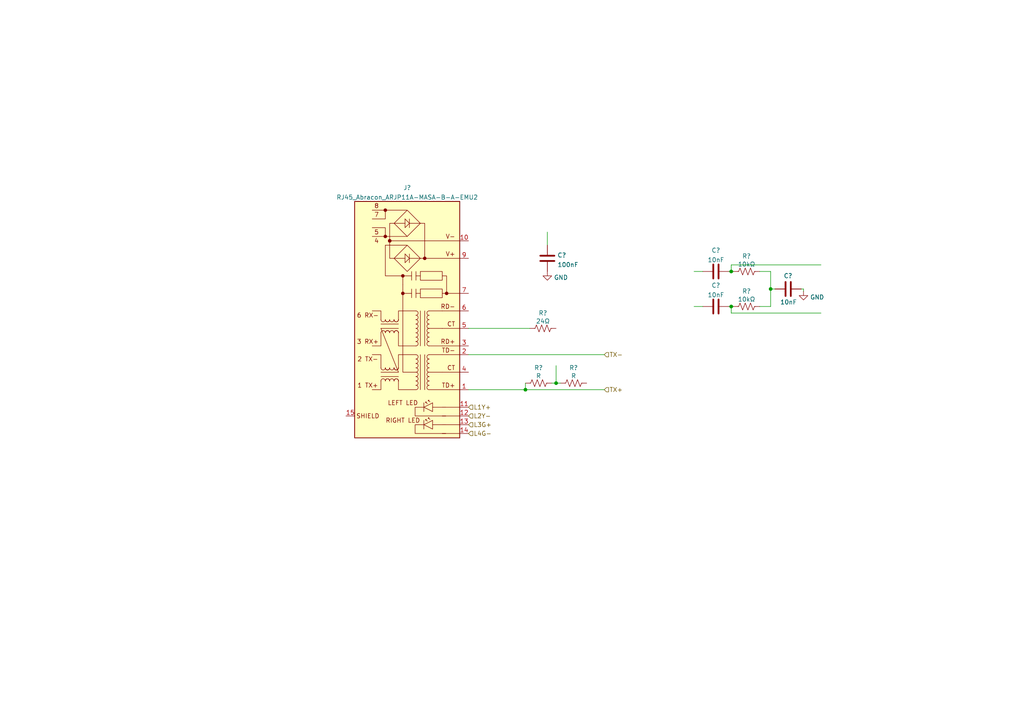
<source format=kicad_sch>
(kicad_sch (version 20211123) (generator eeschema)
  (paper "A4")
  (lib_symbols
    (symbol "Connector:RJ45_Abracon_ARJP11A-MASA-B-A-EMU2" (pin_names (offset 1.016) hide)
      (property "Reference" "J" (at 0 -38.1 0))
      (property "Value" "RJ45_Abracon_ARJP11A-MASA-B-A-EMU2" (at 0 -35.56 0))
      (symbol "RJ45_Abracon_ARJP11A-MASA-B-A-EMU2_0_0"
        (rectangle (start -15.24 -34.29) (end 15.24 34.29) (stroke (width 0.254)) (fill (type background)))
        (rectangle (start -3.81 8.89) (end -10.16 6.35))
        (polyline (pts (xy -15.24 -33.02) (xy -10.16 -33.02)))
        (polyline (pts (xy -15.24 -30.48) (xy -10.16 -30.48)))
        (polyline (pts (xy -15.24 -27.94) (xy -10.16 -27.94)))
        (polyline (pts (xy -15.24 -25.4) (xy -10.16 -25.4)))
        (polyline (pts (xy -15.24 -20.32) (xy -10.16 -20.32)))
        (polyline (pts (xy -15.24 -15.24) (xy -10.16 -15.24)))
        (polyline (pts (xy -15.24 -10.16) (xy -10.16 -10.16)))
        (polyline (pts (xy -15.24 -7.62) (xy -10.16 -7.62)))
        (polyline (pts (xy -15.24 -2.54) (xy -10.16 -2.54)))
        (polyline (pts (xy -15.24 2.54) (xy -10.16 2.54)))
        (polyline (pts (xy -15.24 22.86) (xy 5.08 22.86)))
        (polyline (pts (xy -11.43 7.62) (xy -15.24 7.62)))
        (polyline (pts (xy -11.176 -25.4) (xy -7.366 -25.4)))
        (polyline (pts (xy -10.16 7.62) (xy -11.43 7.62)))
        (polyline (pts (xy -5.08 17.78) (xy -15.24 17.78)))
        (polyline (pts (xy -5.08 17.78) (xy -3.81 17.78)))
        (polyline (pts (xy -5.08 19.05) (xy -5.08 17.78)))
        (polyline (pts (xy -3.81 7.62) (xy -2.54 7.62)))
        (polyline (pts (xy -3.81 12.7) (xy -2.54 12.7)))
        (polyline (pts (xy -2.54 8.89) (xy -2.54 6.35)))
        (polyline (pts (xy -1.27 8.89) (xy -1.27 6.35)))
        (polyline (pts (xy -1.27 13.97) (xy -1.27 11.43)))
        (polyline (pts (xy 0 21.59) (xy 6.35 21.59)))
        (polyline (pts (xy 0 24.13) (xy 10.16 24.13)))
        (polyline (pts (xy 0 31.75) (xy 10.16 31.75)))
        (polyline (pts (xy 1.27 10.16) (xy 1.27 12.7)))
        (polyline (pts (xy -10.16 12.7) (xy -11.43 12.7) (xy -11.43 7.62)))
        (polyline (pts (xy -3.81 27.94) (xy -5.08 27.94) (xy -5.08 17.78)))
        (polyline (pts (xy -1.27 12.7) (xy 0 12.7) (xy 1.27 12.7)))
        (polyline (pts (xy 1.27 12.7) (xy 6.35 12.7) (xy 6.35 21.59)))
        (polyline (pts (xy 6.35 24.13) (xy 6.35 26.67) (xy 10.16 26.67)))
        (polyline (pts (xy 6.35 31.75) (xy 6.35 29.21) (xy 10.16 29.21)))
        (polyline (pts (xy -4.826 -25.4) (xy -2.286 -25.4) (xy -2.286 -27.94) (xy -11.176 -27.94)))
        (polyline (pts (xy -2.54 -15.24) (xy -1.27 -15.24) (xy 1.27 -15.24) (xy 1.27 10.16)))
        (polyline (pts (xy 3.81 17.78) (xy 5.08 17.78) (xy 5.08 27.94) (xy 3.81 27.94)))
        (polyline (pts (xy -3.81 17.78) (xy 0 13.97) (xy 3.81 17.78) (xy 0 21.59) (xy -3.81 17.78)))
        (circle (center 1.27 7.62) (radius 0.0001) (stroke (width 0.508)))
        (text "1 TX+" (at 11.43 -19.05 0) (effects (font (size 1.27 1.27))))
        (text "2 TX-" (at 11.43 -11.43 0) (effects (font (size 1.27 1.27))))
        (text "3 RX+" (at 11.43 -6.35 0) (effects (font (size 1.27 1.27))))
        (text "4" (at 8.89 22.86 0) (effects (font (size 1.27 1.27))))
        (text "5" (at 8.89 25.4 0) (effects (font (size 1.27 1.27))))
        (text "6 RX-" (at 11.43 1.27 0) (effects (font (size 1.27 1.27))))
        (text "7" (at 8.89 30.48 0) (effects (font (size 1.27 1.27))))
        (text "8" (at 8.89 33.02 0) (effects (font (size 1.27 1.27))))
        (text "CT" (at -13.97 -1.27 0) (effects (font (size 1.27 1.27)) (justify left)))
        (text "LEFT LED" (at 1.27 -24.13 0) (effects (font (size 1.27 1.27))))
        (text "RD-" (at -13.97 3.81 0) (effects (font (size 1.27 1.27)) (justify left)))
        (text "SHIELD" (at 11.43 -27.94 0) (effects (font (size 1.27 1.27))))
        (text "V+" (at -13.97 19.05 0) (effects (font (size 1.27 1.27)) (justify left)))
        (text "V-" (at -13.97 24.13 0) (effects (font (size 1.27 1.27)) (justify left)))
      )
      (symbol "RJ45_Abracon_ARJP11A-MASA-B-A-EMU2_0_1"
        (arc (start -6.35 -16.51) (mid -5.715 -15.875) (end -6.35 -15.24))
        (arc (start -6.35 -15.24) (mid -5.715 -14.605) (end -6.35 -13.97))
        (arc (start -6.35 -13.97) (mid -6.35 -16.51) (end -6.35 -13.97))
        (arc (start -6.35 -11.43) (mid -5.715 -10.795) (end -6.35 -10.16))
        (polyline (pts (xy -6.35 -20.32) (xy -10.16 -20.32)))
        (polyline (pts (xy -6.35 -15.24) (xy -10.16 -15.24)))
        (polyline (pts (xy -6.35 -10.16) (xy -10.16 -10.16)))
        (polyline (pts (xy -6.35 -7.62) (xy -10.16 -7.62)))
        (polyline (pts (xy -6.35 -2.54) (xy -10.16 -2.54)))
        (polyline (pts (xy -6.35 2.54) (xy -10.16 2.54)))
        (polyline (pts (xy -6.096 -28.448) (xy -6.35 -28.448)))
        (polyline (pts (xy -5.334 -28.956) (xy -5.588 -28.956)))
        (polyline (pts (xy -4.826 -24.13) (xy -4.826 -26.67)))
        (polyline (pts (xy -1.27 7.62) (xy 1.27 7.62)))
        (polyline (pts (xy -0.635 17.78) (xy -3.81 17.78)))
        (polyline (pts (xy -0.635 19.05) (xy -0.635 16.51)))
        (polyline (pts (xy 0.635 17.78) (xy 3.81 17.78)))
        (polyline (pts (xy -6.604 -28.956) (xy -6.096 -28.448) (xy -6.096 -28.702)))
        (polyline (pts (xy -5.842 -29.464) (xy -5.334 -28.956) (xy -5.334 -29.21)))
        (polyline (pts (xy -7.366 -24.13) (xy -7.366 -26.67) (xy -4.826 -25.4) (xy -7.366 -24.13)))
        (polyline (pts (xy 0.635 19.05) (xy 0.635 16.51) (xy -0.635 17.78) (xy 0.635 19.05)))
      )
      (symbol "RJ45_Abracon_ARJP11A-MASA-B-A-EMU2_1_1"
        (circle (center -11.43 7.62) (radius 0.0001) (stroke (width 0.508)))
        (arc (start -6.35 -20.32) (mid -5.715 -19.685) (end -6.35 -19.05))
        (arc (start -6.35 -19.05) (mid -5.715 -18.415) (end -6.35 -17.78))
        (arc (start -6.35 -17.78) (mid -6.35 -20.32) (end -6.35 -17.78))
        (arc (start -6.35 -17.78) (mid -5.715 -17.145) (end -6.35 -16.51))
        (arc (start -6.35 -13.97) (mid -5.715 -13.335) (end -6.35 -12.7))
        (arc (start -6.35 -12.7) (mid -5.715 -12.065) (end -6.35 -11.43))
        (arc (start -6.35 -7.62) (mid -5.715 -6.985) (end -6.35 -6.35))
        (arc (start -6.35 -6.35) (mid -5.715 -5.715) (end -6.35 -5.08))
        (arc (start -6.35 -5.08) (mid -6.35 -7.62) (end -6.35 -5.08))
        (arc (start -6.35 -5.08) (mid -5.715 -4.445) (end -6.35 -3.81))
        (arc (start -6.35 -3.81) (mid -6.35 -6.35) (end -6.35 -3.81))
        (arc (start -6.35 -3.81) (mid -5.715 -3.175) (end -6.35 -2.54))
        (arc (start -6.35 -2.54) (mid -5.715 -1.905) (end -6.35 -1.27))
        (arc (start -6.35 -1.27) (mid -5.715 -0.635) (end -6.35 0))
        (arc (start -6.35 0) (mid -5.715 0.635) (end -6.35 1.27))
        (arc (start -6.35 1.27) (mid -6.35 -1.27) (end -6.35 1.27))
        (arc (start -6.35 1.27) (mid -5.715 1.905) (end -6.35 2.54))
        (circle (center -5.08 17.78) (radius 0.0001) (stroke (width 0.508)))
        (rectangle (start -3.81 13.97) (end -10.16 11.43))
        (arc (start -2.54 -19.05) (mid -3.175 -19.685) (end -2.54 -20.32))
        (arc (start -2.54 -19.05) (mid -2.54 -16.51) (end -2.54 -19.05))
        (arc (start -2.54 -17.78) (mid -3.175 -18.415) (end -2.54 -19.05))
        (arc (start -2.54 -16.51) (mid -3.175 -17.145) (end -2.54 -17.78))
        (arc (start -2.54 -15.24) (mid -3.175 -15.875) (end -2.54 -16.51))
        (arc (start -2.54 -15.24) (mid -2.54 -12.7) (end -2.54 -15.24))
        (arc (start -2.54 -13.97) (mid -3.175 -14.605) (end -2.54 -15.24))
        (arc (start -2.54 -12.7) (mid -3.175 -13.335) (end -2.54 -13.97))
        (arc (start -2.54 -11.43) (mid -3.175 -12.065) (end -2.54 -12.7))
        (arc (start -2.54 -10.16) (mid -3.175 -10.795) (end -2.54 -11.43))
        (arc (start -2.54 -6.35) (mid -3.175 -6.985) (end -2.54 -7.62))
        (arc (start -2.54 -6.35) (mid -2.54 -3.81) (end -2.54 -6.35))
        (arc (start -2.54 -5.08) (mid -3.175 -5.715) (end -2.54 -6.35))
        (arc (start -2.54 -3.81) (mid -3.175 -4.445) (end -2.54 -5.08))
        (arc (start -2.54 -3.81) (mid -2.54 -1.27) (end -2.54 -3.81))
        (arc (start -2.54 -2.54) (mid -3.175 -3.175) (end -2.54 -3.81))
        (arc (start -2.54 -1.27) (mid -3.175 -1.905) (end -2.54 -2.54))
        (arc (start -2.54 0) (mid -3.175 -0.635) (end -2.54 -1.27))
        (arc (start -2.54 0) (mid -2.54 2.54) (end -2.54 0))
        (arc (start -2.54 1.27) (mid -3.175 0.635) (end -2.54 0))
        (arc (start -2.54 2.54) (mid -3.175 1.905) (end -2.54 1.27))
        (polyline (pts (xy -11.176 -30.48) (xy -7.366 -30.48)))
        (polyline (pts (xy -6.096 -23.368) (xy -6.35 -23.368)))
        (polyline (pts (xy -5.334 -23.876) (xy -5.588 -23.876)))
        (polyline (pts (xy -5.08 -10.16) (xy -5.08 -20.32)))
        (polyline (pts (xy -5.08 2.54) (xy -5.08 -7.62)))
        (polyline (pts (xy -4.826 -29.21) (xy -4.826 -31.75)))
        (polyline (pts (xy -3.81 -20.32) (xy -3.81 -10.16)))
        (polyline (pts (xy -3.81 -7.62) (xy -3.81 2.54)))
        (polyline (pts (xy -2.54 13.97) (xy -2.54 11.43)))
        (polyline (pts (xy -0.635 27.94) (xy -3.81 27.94)))
        (polyline (pts (xy -0.635 29.21) (xy -0.635 26.67)))
        (polyline (pts (xy 0.635 27.94) (xy 3.81 27.94)))
        (polyline (pts (xy 2.54 -16.51) (xy 7.62 -16.51)))
        (polyline (pts (xy 2.54 -15.24) (xy 7.62 -2.54)))
        (polyline (pts (xy 2.54 -2.54) (xy 7.62 -2.54)))
        (polyline (pts (xy 7.62 -15.24) (xy 2.54 -15.24)))
        (polyline (pts (xy 7.62 -1.27) (xy 2.54 -1.27)))
        (polyline (pts (xy -6.604 -23.876) (xy -6.096 -23.368) (xy -6.096 -23.622)))
        (polyline (pts (xy -5.842 -24.384) (xy -5.334 -23.876) (xy -5.334 -24.13)))
        (polyline (pts (xy -2.54 -10.16) (xy 2.54 -10.16) (xy 2.54 -13.97)))
        (polyline (pts (xy -2.54 -7.62) (xy 2.54 -7.62) (xy 2.54 -3.81)))
        (polyline (pts (xy -2.54 2.54) (xy 2.54 2.54) (xy 2.54 0)))
        (polyline (pts (xy 2.54 -17.78) (xy 2.54 -20.32) (xy -2.54 -20.32)))
        (polyline (pts (xy 7.62 -17.78) (xy 7.62 -20.32) (xy 10.16 -20.32)))
        (polyline (pts (xy 7.62 -13.97) (xy 7.62 -10.16) (xy 10.16 -10.16)))
        (polyline (pts (xy 7.62 -3.81) (xy 7.62 -7.62) (xy 10.16 -7.62)))
        (polyline (pts (xy 7.62 0) (xy 7.62 2.54) (xy 10.16 2.54)))
        (polyline (pts (xy -7.366 -29.21) (xy -7.366 -31.75) (xy -4.826 -30.48) (xy -7.366 -29.21)))
        (polyline (pts (xy -4.826 -30.48) (xy -2.286 -30.48) (xy -2.286 -33.02) (xy -11.176 -33.02)))
        (polyline (pts (xy 0.635 29.21) (xy 0.635 26.67) (xy -0.635 27.94) (xy 0.635 29.21)))
        (polyline (pts (xy -3.81 27.94) (xy 0 24.13) (xy 3.81 27.94) (xy 0 31.75) (xy -3.81 27.94)))
        (circle (center 1.27 12.7) (radius 0.0001) (stroke (width 0.508)))
        (arc (start 2.54 -17.78) (mid 5.08 -17.78) (end 2.54 -17.78))
        (arc (start 2.54 -13.97) (mid 3.175 -14.605) (end 3.81 -13.97))
        (arc (start 2.54 -13.97) (mid 3.175 -14.605) (end 3.81 -13.97))
        (arc (start 2.54 -3.81) (mid 5.08 -3.81) (end 2.54 -3.81))
        (arc (start 2.54 0) (mid 3.175 -0.635) (end 3.81 0))
        (arc (start 2.54 0) (mid 3.175 -0.635) (end 3.81 0))
        (arc (start 3.81 -17.78) (mid 3.175 -17.145) (end 2.54 -17.78))
        (arc (start 3.81 -17.78) (mid 3.175 -17.145) (end 2.54 -17.78))
        (arc (start 3.81 -13.97) (mid 1.27 -13.97) (end 3.81 -13.97))
        (arc (start 3.81 -13.97) (mid 4.445 -14.605) (end 5.08 -13.97))
        (arc (start 3.81 -3.81) (mid 3.175 -3.175) (end 2.54 -3.81))
        (arc (start 3.81 -3.81) (mid 3.175 -3.175) (end 2.54 -3.81))
        (arc (start 3.81 0) (mid 1.27 0) (end 3.81 0))
        (arc (start 3.81 0) (mid 4.445 -0.635) (end 5.08 0))
        (arc (start 5.08 -17.78) (mid 4.445 -17.145) (end 3.81 -17.78))
        (arc (start 5.08 -17.78) (mid 7.62 -17.78) (end 5.08 -17.78))
        (arc (start 5.08 -13.97) (mid 5.715 -14.605) (end 6.35 -13.97))
        (arc (start 5.08 -13.97) (mid 5.715 -14.605) (end 6.35 -13.97))
        (arc (start 5.08 -3.81) (mid 4.445 -3.175) (end 3.81 -3.81))
        (arc (start 5.08 -3.81) (mid 7.62 -3.81) (end 5.08 -3.81))
        (arc (start 5.08 0) (mid 5.715 -0.635) (end 6.35 0))
        (arc (start 5.08 0) (mid 5.715 -0.635) (end 6.35 0))
        (circle (center 5.08 22.86) (radius 0.0001) (stroke (width 0.508)))
        (circle (center 5.08 22.86) (radius 0.0001) (stroke (width 0.508)))
        (arc (start 6.35 -17.78) (mid 5.715 -17.145) (end 5.08 -17.78))
        (arc (start 6.35 -17.78) (mid 5.715 -17.145) (end 5.08 -17.78))
        (arc (start 6.35 -13.97) (mid 3.81 -13.97) (end 6.35 -13.97))
        (arc (start 6.35 -13.97) (mid 6.985 -14.605) (end 7.62 -13.97))
        (arc (start 6.35 -3.81) (mid 5.715 -3.175) (end 5.08 -3.81))
        (arc (start 6.35 -3.81) (mid 5.715 -3.175) (end 5.08 -3.81))
        (arc (start 6.35 0) (mid 3.81 0) (end 6.35 0))
        (arc (start 6.35 0) (mid 6.985 -0.635) (end 7.62 0))
        (circle (center 6.35 24.13) (radius 0.0001) (stroke (width 0.508)))
        (circle (center 6.35 31.75) (radius 0.0001) (stroke (width 0.508)))
        (arc (start 7.62 -17.78) (mid 6.985 -17.145) (end 6.35 -17.78))
        (arc (start 7.62 -3.81) (mid 6.985 -3.175) (end 6.35 -3.81))
        (text "CT" (at -13.97 -13.97 0) (effects (font (size 1.27 1.27)) (justify left)))
        (text "RD+" (at -13.97 -6.35 0) (effects (font (size 1.27 1.27)) (justify left)))
        (text "RIGHT LED" (at 1.27 -29.21 0) (effects (font (size 1.27 1.27))))
        (text "TD+" (at -13.97 -19.05 0) (effects (font (size 1.27 1.27)) (justify left)))
        (text "TD-" (at -13.97 -8.89 0) (effects (font (size 1.27 1.27)) (justify left)))
        (pin passive line (at -17.78 -20.32 0) (length 2.54) (name "TD+") (number "1"))
        (pin power_out line (at -17.78 22.86 0) (length 2.54) (name "V-") (number "10"))
        (pin passive line (at -17.78 -25.4 0) (length 2.54) (name "LLED+") (number "11"))
        (pin passive line (at -17.78 -27.94 0) (length 2.54) (name "LLED-") (number "12"))
        (pin passive line (at -17.78 -30.48 0) (length 2.54) (name "RLED+") (number "13"))
        (pin passive line (at -17.78 -33.02 0) (length 2.54) (name "RLED-") (number "14"))
        (pin passive line (at 17.78 -27.94 180) (length 2.54) (name "SHIELD") (number "15"))
        (pin passive line (at -17.78 -10.16 0) (length 2.54) (name "TD-") (number "2"))
        (pin passive line (at -17.78 -7.62 0) (length 2.54) (name "RD+") (number "3"))
        (pin passive line (at -17.78 -15.24 0) (length 2.54) (name "CT") (number "4"))
        (pin passive line (at -17.78 -2.54 0) (length 2.54) (name "CT") (number "5"))
        (pin passive line (at -17.78 2.54 0) (length 2.54) (name "RD-") (number "6"))
        (pin passive line (at -17.78 7.62 0) (length 2.54) (name "7") (number "7"))
        (pin power_out line (at -17.78 17.78 0) (length 2.54) (name "V+") (number "9"))
      )
    )
    (symbol "Device:C" (pin_numbers hide) (pin_names (offset 0.254))
      (property "Reference" "C" (at 0.635 2.54 0))
      (property "Value" "C" (at 0.635 -2.54 0))
      (symbol "C_0_1"
        (polyline (pts (xy -2.032 -0.762) (xy 2.032 -0.762)) (stroke (width 0.508)))
        (polyline (pts (xy -2.032 0.762) (xy 2.032 0.762)) (stroke (width 0.508)))
      )
      (symbol "C_1_1"
        (pin passive line (at 0 3.81 270) (length 2.794) (name "~") (number "1"))
        (pin passive line (at 0 -3.81 90) (length 2.794) (name "~") (number "2"))
      )
    )
    (symbol "Device:R_US" (pin_numbers hide) (pin_names (offset 0))
      (property "Reference" "R" (at 2.54 0 90))
      (property "Value" "R_US" (at -2.54 0 90))
      (symbol "R_US_0_1"
        (polyline (pts (xy 0 -2.286) (xy 0 -2.54)))
        (polyline (pts (xy 0 2.286) (xy 0 2.54)))
        (polyline (pts (xy 0 -0.762) (xy 1.016 -1.143) (xy 0 -1.524) (xy -1.016 -1.905) (xy 0 -2.286)))
        (polyline (pts (xy 0 0.762) (xy 1.016 0.381) (xy 0 0) (xy -1.016 -0.381) (xy 0 -0.762)))
        (polyline (pts (xy 0 2.286) (xy 1.016 1.905) (xy 0 1.524) (xy -1.016 1.143) (xy 0 0.762)))
      )
      (symbol "R_US_1_1"
        (pin passive line (at 0 3.81 270) (length 1.27) (name "~") (number "1"))
        (pin passive line (at 0 -3.81 90) (length 1.27) (name "~") (number "2"))
      )
    )
    (symbol "power:GND" (power) (pin_names (offset 0))
      (property "Value" "GND" (at 0 -3.81 0))
      (symbol "GND_0_1"
        (polyline (pts (xy 0 0) (xy 0 -1.27) (xy 1.27 -1.27) (xy 0 -2.54) (xy -1.27 -1.27) (xy 0 -1.27)))
      )
      (symbol "GND_1_1"
        (pin power_in line (at 0 0 270) (length 0) hide (name "GND") (number "1"))
      )
    )
  )
  (junction (at 161.29 111.125))
  (junction (at 212.09 88.9))
  (junction (at 223.52 83.82))
  (junction (at 212.09 78.74))
  (junction (at 152.4 113.03))
  (wire (pts (xy 135.89 102.87) (xy 175.26 102.87)))
  (wire (pts (xy 220.345 88.9) (xy 223.52 88.9)))
  (wire (pts (xy 233.045 84.455) (xy 233.045 83.82)))
  (wire (pts (xy 201.295 78.74) (xy 203.835 78.74)))
  (wire (pts (xy 212.09 78.74) (xy 212.725 78.74)))
  (wire (pts (xy 223.52 78.74) (xy 223.52 83.82)))
  (wire (pts (xy 135.89 95.25) (xy 153.67 95.25)))
  (wire (pts (xy 220.345 78.74) (xy 223.52 78.74)))
  (wire (pts (xy 223.52 83.82) (xy 224.79 83.82)))
  (wire (pts (xy 212.09 88.9) (xy 212.725 88.9)))
  (wire (pts (xy 212.09 88.9) (xy 212.09 90.805)))
  (wire (pts (xy 212.09 90.805) (xy 238.125 90.805)))
  (wire (pts (xy 212.09 76.835) (xy 238.125 76.835)))
  (wire (pts (xy 212.09 78.74) (xy 212.09 76.835)))
  (wire (pts (xy 158.75 67.31) (xy 158.75 71.12)))
  (wire (pts (xy 161.29 111.125) (xy 160.02 111.125)))
  (wire (pts (xy 152.4 113.03) (xy 152.4 111.125)))
  (wire (pts (xy 211.455 88.9) (xy 212.09 88.9)))
  (wire (pts (xy 135.89 113.03) (xy 152.4 113.03)))
  (wire (pts (xy 211.455 78.74) (xy 212.09 78.74)))
  (wire (pts (xy 161.29 106.045) (xy 161.29 111.125)))
  (wire (pts (xy 152.4 113.03) (xy 175.26 113.03)))
  (wire (pts (xy 201.295 88.9) (xy 203.835 88.9)))
  (wire (pts (xy 233.045 83.82) (xy 232.41 83.82)))
  (wire (pts (xy 223.52 83.82) (xy 223.52 88.9)))
  (wire (pts (xy 161.29 111.125) (xy 162.56 111.125)))
  (hierarchical_label "TX-" (shape input) (at 175.26 102.87 0))
  (hierarchical_label "L2Y-" (shape input) (at 135.89 120.65 0))
  (hierarchical_label "L1Y+" (shape input) (at 135.89 118.11 0))
  (hierarchical_label "L3G+" (shape input) (at 135.89 123.19 0))
  (hierarchical_label "L4G-" (shape input) (at 135.89 125.73 0))
  (hierarchical_label "TX+" (shape input) (at 175.26 113.03 0))
  (symbol (lib_id "Device:R_US") (at 166.37 111.125 90) (unit 1)
    (property "Reference" "R?" (at 166.37 106.68 90))
    (property "Value" "R" (at 166.37 109.0446 90))
  )
  (symbol (lib_id "Device:C") (at 207.645 88.9 90) (unit 1)
    (property "Reference" "C?" (at 207.645 82.7745 90))
    (property "Value" "10nF" (at 207.645 85.5496 90))
  )
  (symbol (lib_id "Connector:RJ45_Abracon_ARJP11A-MASA-B-A-EMU2") (at 118.11 92.71 0) (mirror y) (unit 1)
    (property "Reference" "J?" (at 118.11 54.4535 0))
    (property "Value" "RJ45_Abracon_ARJP11A-MASA-B-A-EMU2" (at 118.11 57.2286 0))
    (property "Footprint" "Connector_RJ:RJ45_Abracon_ARJP11A-MA_Horizontal" (effects hide))
    (property "Datasheet" "https://abracon.com/Magnetics/lan/ARJP11A.PDF" (effects hide))
  )
  (symbol (lib_id "Device:R_US") (at 216.535 78.74 90) (unit 1)
    (property "Reference" "R?" (at 216.535 74.295 90))
    (property "Value" "10kΩ" (at 216.535 76.6596 90))
  )
  (symbol (lib_id "power:GND") (at 233.045 84.455 0) (unit 1)
    (property "Reference" "#PWR?" (effects hide))
    (property "Value" "GND" (at 234.95 86.204 0) (effects (justify left)))
  )
  (symbol (lib_id "Device:C") (at 207.645 78.74 90) (unit 1)
    (property "Reference" "C?" (at 207.645 72.6145 90))
    (property "Value" "10nF" (at 207.645 75.3896 90))
  )
  (symbol (lib_id "Device:R_US") (at 216.535 88.9 90) (unit 1)
    (property "Reference" "R?" (at 216.535 84.455 90))
    (property "Value" "10kΩ" (at 216.535 86.8196 90))
  )
  (symbol (lib_id "Device:C") (at 228.6 83.82 90) (unit 1)
    (property "Reference" "C?" (at 229.87 80.01 90) (effects (justify left)))
    (property "Value" "10nF" (at 231.14 87.63 90) (effects (justify left)))
  )
  (symbol (lib_id "Device:R_US") (at 157.48 95.25 90) (unit 1)
    (property "Reference" "R?" (at 157.48 90.805 90))
    (property "Value" "24Ω" (at 157.48 93.1696 90))
  )
  (symbol (lib_id "Device:C") (at 158.75 74.93 0) (unit 1)
    (property "Reference" "C?" (at 161.671 74.0215 0) (effects (justify left)))
    (property "Value" "100nF" (at 161.671 76.7966 0) (effects (justify left)))
  )
  (symbol (lib_id "Device:R_US") (at 156.21 111.125 90) (unit 1)
    (property "Reference" "R?" (at 156.21 106.68 90))
    (property "Value" "R" (at 156.21 109.0446 90))
  )
  (symbol (lib_id "power:GND") (at 158.75 78.74 0) (unit 1)
    (property "Reference" "#PWR?" (effects hide))
    (property "Value" "GND" (at 160.655 80.489 0) (effects (justify left)))
  )
)
</source>
